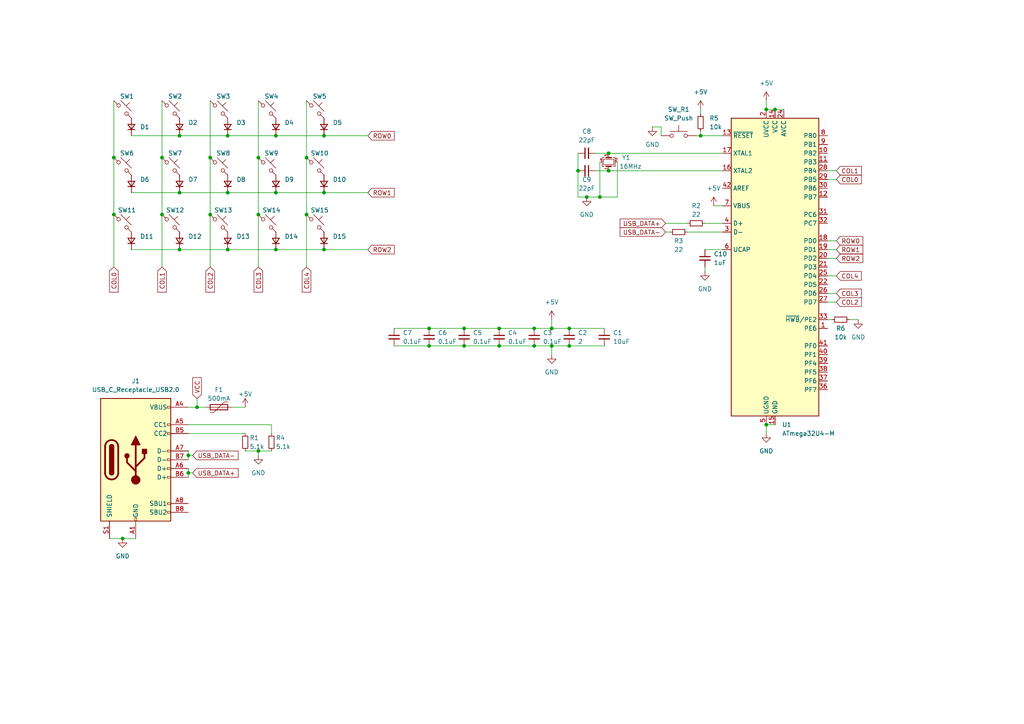
<source format=kicad_sch>
(kicad_sch (version 20211123) (generator eeschema)
  (paper "A4")
  (lib_symbols
    (symbol "Connector:USB_C_Receptacle_USB2.0" (pin_names (offset 1.016))
      (property "Reference" "J" (at -10.16 19.05 0))
      (property "Value" "USB_C_Receptacle_USB2.0" (at 19.05 19.05 0))
      (symbol "USB_C_Receptacle_USB2.0_0_0"
        (rectangle (start -0.254 -17.78) (end 0.254 -16.764))
        (rectangle (start 10.16 -14.986) (end 9.144 -15.494))
        (rectangle (start 10.16 -12.446) (end 9.144 -12.954))
        (rectangle (start 10.16 -4.826) (end 9.144 -5.334))
        (rectangle (start 10.16 -2.286) (end 9.144 -2.794))
        (rectangle (start 10.16 0.254) (end 9.144 -0.254))
        (rectangle (start 10.16 2.794) (end 9.144 2.286))
        (rectangle (start 10.16 7.874) (end 9.144 7.366))
        (rectangle (start 10.16 10.414) (end 9.144 9.906))
        (rectangle (start 10.16 15.494) (end 9.144 14.986))
      )
      (symbol "USB_C_Receptacle_USB2.0_0_1"
        (rectangle (start -10.16 17.78) (end 10.16 -17.78) (stroke (width 0.254)) (fill (type background)))
        (arc (start -8.89 -3.81) (mid -6.985 -5.715) (end -5.08 -3.81) (stroke (width 0.508)))
        (arc (start -7.62 -3.81) (mid -6.985 -4.445) (end -6.35 -3.81) (stroke (width 0.254)))
        (arc (start -7.62 -3.81) (mid -6.985 -4.445) (end -6.35 -3.81) (stroke (width 0.254)) (fill (type outline)))
        (rectangle (start -7.62 -3.81) (end -6.35 3.81) (stroke (width 0.254)) (fill (type outline)))
        (arc (start -6.35 3.81) (mid -6.985 4.445) (end -7.62 3.81) (stroke (width 0.254)))
        (arc (start -6.35 3.81) (mid -6.985 4.445) (end -7.62 3.81) (stroke (width 0.254)) (fill (type outline)))
        (arc (start -5.08 3.81) (mid -6.985 5.715) (end -8.89 3.81) (stroke (width 0.508)))
        (circle (center -2.54 1.143) (radius 0.635) (stroke (width 0.254)) (fill (type outline)))
        (circle (center 0 -5.842) (radius 1.27) (fill (type outline)))
        (polyline (pts (xy -8.89 -3.81) (xy -8.89 3.81)) (stroke (width 0.508)))
        (polyline (pts (xy -5.08 3.81) (xy -5.08 -3.81)) (stroke (width 0.508)))
        (polyline (pts (xy 0 -5.842) (xy 0 4.318)) (stroke (width 0.508)))
        (polyline (pts (xy 0 -3.302) (xy -2.54 -0.762) (xy -2.54 0.508)) (stroke (width 0.508)))
        (polyline (pts (xy 0 -2.032) (xy 2.54 0.508) (xy 2.54 1.778)) (stroke (width 0.508)))
        (polyline (pts (xy -1.27 4.318) (xy 0 6.858) (xy 1.27 4.318) (xy -1.27 4.318)) (stroke (width 0.254)) (fill (type outline)))
        (rectangle (start 1.905 1.778) (end 3.175 3.048) (stroke (width 0.254)) (fill (type outline)))
      )
      (symbol "USB_C_Receptacle_USB2.0_1_1"
        (pin passive line (at 0 -22.86 90) (length 5.08) (name "GND") (number "A1"))
        (pin passive line (at 0 -22.86 90) (length 5.08) hide (name "GND") (number "A12"))
        (pin passive line (at 15.24 15.24 180) (length 5.08) (name "VBUS") (number "A4"))
        (pin bidirectional line (at 15.24 10.16 180) (length 5.08) (name "CC1") (number "A5"))
        (pin bidirectional line (at 15.24 -2.54 180) (length 5.08) (name "D+") (number "A6"))
        (pin bidirectional line (at 15.24 2.54 180) (length 5.08) (name "D-") (number "A7"))
        (pin bidirectional line (at 15.24 -12.7 180) (length 5.08) (name "SBU1") (number "A8"))
        (pin passive line (at 15.24 15.24 180) (length 5.08) hide (name "VBUS") (number "A9"))
        (pin passive line (at 0 -22.86 90) (length 5.08) hide (name "GND") (number "B1"))
        (pin passive line (at 0 -22.86 90) (length 5.08) hide (name "GND") (number "B12"))
        (pin passive line (at 15.24 15.24 180) (length 5.08) hide (name "VBUS") (number "B4"))
        (pin bidirectional line (at 15.24 7.62 180) (length 5.08) (name "CC2") (number "B5"))
        (pin bidirectional line (at 15.24 -5.08 180) (length 5.08) (name "D+") (number "B6"))
        (pin bidirectional line (at 15.24 0 180) (length 5.08) (name "D-") (number "B7"))
        (pin bidirectional line (at 15.24 -15.24 180) (length 5.08) (name "SBU2") (number "B8"))
        (pin passive line (at 15.24 15.24 180) (length 5.08) hide (name "VBUS") (number "B9"))
        (pin passive line (at -7.62 -22.86 90) (length 5.08) (name "SHIELD") (number "S1"))
      )
    )
    (symbol "Device:C_Small" (pin_numbers hide) (pin_names (offset 0.254) hide)
      (property "Reference" "C" (at 0.254 1.778 0))
      (property "Value" "C_Small" (at 0.254 -2.032 0))
      (symbol "C_Small_0_1"
        (polyline (pts (xy -1.524 -0.508) (xy 1.524 -0.508)) (stroke (width 0.3302)))
        (polyline (pts (xy -1.524 0.508) (xy 1.524 0.508)) (stroke (width 0.3048)))
      )
      (symbol "C_Small_1_1"
        (pin passive line (at 0 2.54 270) (length 2.032) (name "~") (number "1"))
        (pin passive line (at 0 -2.54 90) (length 2.032) (name "~") (number "2"))
      )
    )
    (symbol "Device:Crystal_GND24_Small" (pin_names (offset 1.016) hide)
      (property "Reference" "Y" (at 1.27 4.445 0))
      (property "Value" "Crystal_GND24_Small" (at 1.27 2.54 0))
      (symbol "Crystal_GND24_Small_0_1"
        (rectangle (start -0.762 -1.524) (end 0.762 1.524))
        (polyline (pts (xy -1.27 -0.762) (xy -1.27 0.762)) (stroke (width 0.381)))
        (polyline (pts (xy 1.27 -0.762) (xy 1.27 0.762)) (stroke (width 0.381)))
        (polyline (pts (xy -1.27 -1.27) (xy -1.27 -1.905) (xy 1.27 -1.905) (xy 1.27 -1.27)))
        (polyline (pts (xy -1.27 1.27) (xy -1.27 1.905) (xy 1.27 1.905) (xy 1.27 1.27)))
      )
      (symbol "Crystal_GND24_Small_1_1"
        (pin passive line (at -2.54 0 0) (length 1.27) (name "1") (number "1"))
        (pin passive line (at 0 -2.54 90) (length 0.635) (name "2") (number "2"))
        (pin passive line (at 2.54 0 180) (length 1.27) (name "3") (number "3"))
        (pin passive line (at 0 2.54 270) (length 0.635) (name "4") (number "4"))
      )
    )
    (symbol "Device:D_Small" (pin_numbers hide) (pin_names (offset 0.254) hide)
      (property "Reference" "D" (at -1.27 2.032 0))
      (property "Value" "D_Small" (at -3.81 -2.032 0))
      (symbol "D_Small_0_1"
        (polyline (pts (xy -0.762 -1.016) (xy -0.762 1.016)) (stroke (width 0.254)))
        (polyline (pts (xy -0.762 0) (xy 0.762 0)))
        (polyline (pts (xy 0.762 -1.016) (xy -0.762 0) (xy 0.762 1.016) (xy 0.762 -1.016)) (stroke (width 0.254)))
      )
      (symbol "D_Small_1_1"
        (pin passive line (at -2.54 0 0) (length 1.778) (name "K") (number "1"))
        (pin passive line (at 2.54 0 180) (length 1.778) (name "A") (number "2"))
      )
    )
    (symbol "Device:Polyfuse" (pin_numbers hide) (pin_names (offset 0))
      (property "Reference" "F" (at -2.54 0 90))
      (property "Value" "Polyfuse" (at 2.54 0 90))
      (symbol "Polyfuse_0_1"
        (rectangle (start -0.762 2.54) (end 0.762 -2.54) (stroke (width 0.254)))
        (polyline (pts (xy 0 2.54) (xy 0 -2.54)))
        (polyline (pts (xy -1.524 2.54) (xy -1.524 1.524) (xy 1.524 -1.524) (xy 1.524 -2.54)))
      )
      (symbol "Polyfuse_1_1"
        (pin passive line (at 0 3.81 270) (length 1.27) (name "~") (number "1"))
        (pin passive line (at 0 -3.81 90) (length 1.27) (name "~") (number "2"))
      )
    )
    (symbol "Device:R_Small" (pin_numbers hide) (pin_names (offset 0.254) hide)
      (property "Reference" "R" (at 0.762 0.508 0))
      (property "Value" "R_Small" (at 0.762 -1.016 0))
      (symbol "R_Small_0_1"
        (rectangle (start -0.762 1.778) (end 0.762 -1.778) (stroke (width 0.2032)))
      )
      (symbol "R_Small_1_1"
        (pin passive line (at 0 2.54 270) (length 0.762) (name "~") (number "1"))
        (pin passive line (at 0 -2.54 90) (length 0.762) (name "~") (number "2"))
      )
    )
    (symbol "MCU_Microchip_ATmega:ATmega32U4-M"
      (property "Reference" "U" (at -12.7 44.45 0))
      (property "Value" "ATmega32U4-M" (at 2.54 -44.45 0))
      (symbol "ATmega32U4-M_0_1"
        (rectangle (start -12.7 -43.18) (end 12.7 43.18) (stroke (width 0.254)) (fill (type background)))
      )
      (symbol "ATmega32U4-M_1_1"
        (pin bidirectional line (at 15.24 -17.78 180) (length 2.54) (name "PE6") (number "1"))
        (pin bidirectional line (at 15.24 33.02 180) (length 2.54) (name "PB2") (number "10"))
        (pin bidirectional line (at 15.24 30.48 180) (length 2.54) (name "PB3") (number "11"))
        (pin bidirectional line (at 15.24 20.32 180) (length 2.54) (name "PB7") (number "12"))
        (pin input line (at -15.24 38.1 0) (length 2.54) (name "~{RESET}") (number "13"))
        (pin power_in line (at 0 45.72 270) (length 2.54) (name "VCC") (number "14"))
        (pin power_in line (at 0 -45.72 90) (length 2.54) (name "GND") (number "15"))
        (pin output line (at -15.24 27.94 0) (length 2.54) (name "XTAL2") (number "16"))
        (pin input line (at -15.24 33.02 0) (length 2.54) (name "XTAL1") (number "17"))
        (pin bidirectional line (at 15.24 7.62 180) (length 2.54) (name "PD0") (number "18"))
        (pin bidirectional line (at 15.24 5.08 180) (length 2.54) (name "PD1") (number "19"))
        (pin power_in line (at -2.54 45.72 270) (length 2.54) (name "UVCC") (number "2"))
        (pin bidirectional line (at 15.24 2.54 180) (length 2.54) (name "PD2") (number "20"))
        (pin bidirectional line (at 15.24 0 180) (length 2.54) (name "PD3") (number "21"))
        (pin bidirectional line (at 15.24 -5.08 180) (length 2.54) (name "PD5") (number "22"))
        (pin passive line (at 0 -45.72 90) (length 2.54) hide (name "GND") (number "23"))
        (pin power_in line (at 2.54 45.72 270) (length 2.54) (name "AVCC") (number "24"))
        (pin bidirectional line (at 15.24 -2.54 180) (length 2.54) (name "PD4") (number "25"))
        (pin bidirectional line (at 15.24 -7.62 180) (length 2.54) (name "PD6") (number "26"))
        (pin bidirectional line (at 15.24 -10.16 180) (length 2.54) (name "PD7") (number "27"))
        (pin bidirectional line (at 15.24 27.94 180) (length 2.54) (name "PB4") (number "28"))
        (pin bidirectional line (at 15.24 25.4 180) (length 2.54) (name "PB5") (number "29"))
        (pin bidirectional line (at -15.24 10.16 0) (length 2.54) (name "D-") (number "3"))
        (pin bidirectional line (at 15.24 22.86 180) (length 2.54) (name "PB6") (number "30"))
        (pin bidirectional line (at 15.24 15.24 180) (length 2.54) (name "PC6") (number "31"))
        (pin bidirectional line (at 15.24 12.7 180) (length 2.54) (name "PC7") (number "32"))
        (pin bidirectional line (at 15.24 -15.24 180) (length 2.54) (name "~{HWB}/PE2") (number "33"))
        (pin passive line (at 0 45.72 270) (length 2.54) hide (name "VCC") (number "34"))
        (pin passive line (at 0 -45.72 90) (length 2.54) hide (name "GND") (number "35"))
        (pin bidirectional line (at 15.24 -35.56 180) (length 2.54) (name "PF7") (number "36"))
        (pin bidirectional line (at 15.24 -33.02 180) (length 2.54) (name "PF6") (number "37"))
        (pin bidirectional line (at 15.24 -30.48 180) (length 2.54) (name "PF5") (number "38"))
        (pin bidirectional line (at 15.24 -27.94 180) (length 2.54) (name "PF4") (number "39"))
        (pin bidirectional line (at -15.24 12.7 0) (length 2.54) (name "D+") (number "4"))
        (pin bidirectional line (at 15.24 -25.4 180) (length 2.54) (name "PF1") (number "40"))
        (pin bidirectional line (at 15.24 -22.86 180) (length 2.54) (name "PF0") (number "41"))
        (pin passive line (at -15.24 22.86 0) (length 2.54) (name "AREF") (number "42"))
        (pin passive line (at 0 -45.72 90) (length 2.54) hide (name "GND") (number "43"))
        (pin passive line (at 2.54 45.72 270) (length 2.54) hide (name "AVCC") (number "44"))
        (pin passive line (at 0 -45.72 90) (length 2.54) hide (name "GND") (number "45"))
        (pin passive line (at -2.54 -45.72 90) (length 2.54) (name "UGND") (number "5"))
        (pin passive line (at -15.24 5.08 0) (length 2.54) (name "UCAP") (number "6"))
        (pin input line (at -15.24 17.78 0) (length 2.54) (name "VBUS") (number "7"))
        (pin bidirectional line (at 15.24 38.1 180) (length 2.54) (name "PB0") (number "8"))
        (pin bidirectional line (at 15.24 35.56 180) (length 2.54) (name "PB1") (number "9"))
      )
    )
    (symbol "MX:MX_SW_solder" (pin_numbers hide) (pin_names (offset 1.016) hide)
      (property "Reference" "SW" (at 3.048 1.016 0))
      (property "Value" "MX_SW_solder" (at 0 -3.81 0))
      (symbol "MX_SW_solder_0_1"
        (circle (center -1.1684 1.1684) (radius 0.508))
        (polyline (pts (xy -0.508 2.54) (xy 2.54 -0.508)))
        (polyline (pts (xy 1.016 1.016) (xy 2.032 2.032)))
        (polyline (pts (xy -2.54 2.54) (xy -1.524 1.524) (xy -1.524 1.524)))
        (polyline (pts (xy 1.524 -1.524) (xy 2.54 -2.54) (xy 2.54 -2.54) (xy 2.54 -2.54)))
        (circle (center 1.143 -1.1938) (radius 0.508))
        (pin passive line (at -2.54 2.54 0) (length 0) (name "1") (number "1"))
        (pin passive line (at 2.54 -2.54 180) (length 0) (name "2") (number "2"))
      )
    )
    (symbol "Switch:SW_Push" (pin_numbers hide) (pin_names (offset 1.016) hide)
      (property "Reference" "SW" (at 1.27 2.54 0))
      (property "Value" "SW_Push" (at 0 -1.524 0))
      (symbol "SW_Push_0_1"
        (circle (center -2.032 0) (radius 0.508))
        (polyline (pts (xy 0 1.27) (xy 0 3.048)))
        (polyline (pts (xy 2.54 1.27) (xy -2.54 1.27)))
        (circle (center 2.032 0) (radius 0.508))
        (pin passive line (at -5.08 0 0) (length 2.54) (name "1") (number "1"))
        (pin passive line (at 5.08 0 180) (length 2.54) (name "2") (number "2"))
      )
    )
    (symbol "power:+5V" (power) (pin_names (offset 0))
      (property "Value" "+5V" (at 0 3.556 0))
      (symbol "+5V_0_1"
        (polyline (pts (xy -0.762 1.27) (xy 0 2.54)))
        (polyline (pts (xy 0 0) (xy 0 2.54)))
        (polyline (pts (xy 0 2.54) (xy 0.762 1.27)))
      )
      (symbol "+5V_1_1"
        (pin power_in line (at 0 0 90) (length 0) hide (name "+5V") (number "1"))
      )
    )
    (symbol "power:GND" (power) (pin_names (offset 0))
      (property "Value" "GND" (at 0 -3.81 0))
      (symbol "GND_0_1"
        (polyline (pts (xy 0 0) (xy 0 -1.27) (xy 1.27 -1.27) (xy 0 -2.54) (xy -1.27 -1.27) (xy 0 -1.27)))
      )
      (symbol "GND_1_1"
        (pin power_in line (at 0 0 270) (length 0) hide (name "GND") (number "1"))
      )
    )
  )
  (junction (at 203.2 39.37))
  (junction (at 134.62 95.25))
  (junction (at 88.9 45.72))
  (junction (at 74.93 45.72))
  (junction (at 93.98 55.88))
  (junction (at 52.07 39.37))
  (junction (at 93.98 72.39))
  (junction (at 165.1 95.25))
  (junction (at 66.04 72.39))
  (junction (at 33.02 62.23))
  (junction (at 167.64 49.53))
  (junction (at 33.02 45.72))
  (junction (at 66.04 55.88))
  (junction (at 57.15 118.11))
  (junction (at 66.04 39.37))
  (junction (at 176.53 44.45))
  (junction (at 160.02 95.25))
  (junction (at 224.79 31.75))
  (junction (at 176.53 49.53))
  (junction (at 170.18 57.15))
  (junction (at 80.01 72.39))
  (junction (at 46.99 45.72))
  (junction (at 154.94 100.33))
  (junction (at 54.61 137.16))
  (junction (at 134.62 100.33))
  (junction (at 52.07 72.39))
  (junction (at 222.25 123.19))
  (junction (at 144.78 100.33))
  (junction (at 80.01 39.37))
  (junction (at 54.61 132.08))
  (junction (at 93.98 39.37))
  (junction (at 173.99 57.15))
  (junction (at 74.93 130.81))
  (junction (at 88.9 62.23))
  (junction (at 165.1 100.33))
  (junction (at 144.78 95.25))
  (junction (at 124.46 100.33))
  (junction (at 222.25 31.75))
  (junction (at 60.96 62.23))
  (junction (at 74.93 62.23))
  (junction (at 154.94 95.25))
  (junction (at 46.99 62.23))
  (junction (at 35.56 156.21))
  (junction (at 80.01 55.88))
  (junction (at 52.07 55.88))
  (junction (at 160.02 100.33))
  (junction (at 60.96 45.72))
  (junction (at 124.46 95.25))
  (wire (pts (xy 46.99 45.72) (xy 46.99 62.23)))
  (wire (pts (xy 240.03 52.07) (xy 242.57 52.07)))
  (wire (pts (xy 167.64 57.15) (xy 170.18 57.15)))
  (wire (pts (xy 67.31 118.11) (xy 71.12 118.11)))
  (wire (pts (xy 52.07 39.37) (xy 66.04 39.37)))
  (wire (pts (xy 165.1 100.33) (xy 175.26 100.33)))
  (wire (pts (xy 54.61 118.11) (xy 57.15 118.11)))
  (wire (pts (xy 60.96 62.23) (xy 60.96 77.47)))
  (wire (pts (xy 160.02 95.25) (xy 165.1 95.25)))
  (wire (pts (xy 240.03 92.71) (xy 241.3 92.71)))
  (wire (pts (xy 204.47 72.39) (xy 209.55 72.39)))
  (wire (pts (xy 60.96 45.72) (xy 60.96 62.23)))
  (wire (pts (xy 66.04 39.37) (xy 80.01 39.37)))
  (wire (pts (xy 54.61 132.08) (xy 55.88 132.08)))
  (wire (pts (xy 191.77 36.83) (xy 191.77 39.37)))
  (wire (pts (xy 57.15 115.57) (xy 57.15 118.11)))
  (wire (pts (xy 74.93 29.21) (xy 74.93 45.72)))
  (wire (pts (xy 179.07 46.99) (xy 179.07 57.15)))
  (wire (pts (xy 204.47 64.77) (xy 209.55 64.77)))
  (wire (pts (xy 167.64 44.45) (xy 167.64 49.53)))
  (wire (pts (xy 154.94 95.25) (xy 160.02 95.25)))
  (wire (pts (xy 35.56 156.21) (xy 39.37 156.21)))
  (wire (pts (xy 203.2 39.37) (xy 209.55 39.37)))
  (wire (pts (xy 203.2 38.1) (xy 203.2 39.37)))
  (wire (pts (xy 193.04 64.77) (xy 199.39 64.77)))
  (wire (pts (xy 165.1 95.25) (xy 175.26 95.25)))
  (wire (pts (xy 93.98 72.39) (xy 106.68 72.39)))
  (wire (pts (xy 199.39 67.31) (xy 209.55 67.31)))
  (wire (pts (xy 189.23 36.83) (xy 191.77 36.83)))
  (wire (pts (xy 74.93 45.72) (xy 74.93 62.23)))
  (wire (pts (xy 54.61 130.81) (xy 54.61 132.08)))
  (wire (pts (xy 52.07 55.88) (xy 66.04 55.88)))
  (wire (pts (xy 54.61 137.16) (xy 54.61 138.43)))
  (wire (pts (xy 31.75 156.21) (xy 35.56 156.21)))
  (wire (pts (xy 222.25 29.21) (xy 222.25 31.75)))
  (wire (pts (xy 144.78 100.33) (xy 154.94 100.33)))
  (wire (pts (xy 54.61 137.16) (xy 55.88 137.16)))
  (wire (pts (xy 78.74 123.19) (xy 78.74 125.73)))
  (wire (pts (xy 240.03 49.53) (xy 242.57 49.53)))
  (wire (pts (xy 88.9 29.21) (xy 88.9 45.72)))
  (wire (pts (xy 88.9 62.23) (xy 88.9 77.47)))
  (wire (pts (xy 193.04 67.31) (xy 194.31 67.31)))
  (wire (pts (xy 224.79 31.75) (xy 227.33 31.75)))
  (wire (pts (xy 74.93 62.23) (xy 74.93 77.47)))
  (wire (pts (xy 222.25 123.19) (xy 224.79 123.19)))
  (wire (pts (xy 71.12 130.81) (xy 74.93 130.81)))
  (wire (pts (xy 176.53 49.53) (xy 209.55 49.53)))
  (wire (pts (xy 172.72 49.53) (xy 176.53 49.53)))
  (wire (pts (xy 207.01 59.69) (xy 209.55 59.69)))
  (wire (pts (xy 246.38 92.71) (xy 248.92 92.71)))
  (wire (pts (xy 240.03 80.01) (xy 242.57 80.01)))
  (wire (pts (xy 33.02 29.21) (xy 33.02 45.72)))
  (wire (pts (xy 240.03 72.39) (xy 242.57 72.39)))
  (wire (pts (xy 46.99 29.21) (xy 46.99 45.72)))
  (wire (pts (xy 160.02 100.33) (xy 165.1 100.33)))
  (wire (pts (xy 54.61 123.19) (xy 78.74 123.19)))
  (wire (pts (xy 46.99 62.23) (xy 46.99 77.47)))
  (wire (pts (xy 134.62 100.33) (xy 144.78 100.33)))
  (wire (pts (xy 57.15 118.11) (xy 59.69 118.11)))
  (wire (pts (xy 114.3 95.25) (xy 124.46 95.25)))
  (wire (pts (xy 38.1 39.37) (xy 52.07 39.37)))
  (wire (pts (xy 204.47 77.47) (xy 204.47 78.74)))
  (wire (pts (xy 66.04 72.39) (xy 80.01 72.39)))
  (wire (pts (xy 80.01 55.88) (xy 93.98 55.88)))
  (wire (pts (xy 93.98 39.37) (xy 106.68 39.37)))
  (wire (pts (xy 88.9 45.72) (xy 88.9 62.23)))
  (wire (pts (xy 33.02 62.23) (xy 33.02 77.47)))
  (wire (pts (xy 160.02 100.33) (xy 160.02 102.87)))
  (wire (pts (xy 74.93 130.81) (xy 78.74 130.81)))
  (wire (pts (xy 54.61 135.89) (xy 54.61 137.16)))
  (wire (pts (xy 173.99 57.15) (xy 179.07 57.15)))
  (wire (pts (xy 33.02 45.72) (xy 33.02 62.23)))
  (wire (pts (xy 173.99 46.99) (xy 173.99 57.15)))
  (wire (pts (xy 240.03 85.09) (xy 242.57 85.09)))
  (wire (pts (xy 176.53 44.45) (xy 209.55 44.45)))
  (wire (pts (xy 114.3 100.33) (xy 124.46 100.33)))
  (wire (pts (xy 144.78 95.25) (xy 154.94 95.25)))
  (wire (pts (xy 38.1 55.88) (xy 52.07 55.88)))
  (wire (pts (xy 60.96 29.21) (xy 60.96 45.72)))
  (wire (pts (xy 38.1 72.39) (xy 52.07 72.39)))
  (wire (pts (xy 172.72 44.45) (xy 176.53 44.45)))
  (wire (pts (xy 124.46 100.33) (xy 134.62 100.33)))
  (wire (pts (xy 160.02 92.71) (xy 160.02 95.25)))
  (wire (pts (xy 93.98 55.88) (xy 106.68 55.88)))
  (wire (pts (xy 167.64 49.53) (xy 167.64 57.15)))
  (wire (pts (xy 222.25 31.75) (xy 224.79 31.75)))
  (wire (pts (xy 74.93 130.81) (xy 74.93 132.08)))
  (wire (pts (xy 240.03 74.93) (xy 242.57 74.93)))
  (wire (pts (xy 170.18 57.15) (xy 173.99 57.15)))
  (wire (pts (xy 80.01 39.37) (xy 93.98 39.37)))
  (wire (pts (xy 203.2 31.75) (xy 203.2 33.02)))
  (wire (pts (xy 240.03 69.85) (xy 242.57 69.85)))
  (wire (pts (xy 52.07 72.39) (xy 66.04 72.39)))
  (wire (pts (xy 134.62 95.25) (xy 144.78 95.25)))
  (wire (pts (xy 240.03 87.63) (xy 242.57 87.63)))
  (wire (pts (xy 54.61 132.08) (xy 54.61 133.35)))
  (wire (pts (xy 80.01 72.39) (xy 93.98 72.39)))
  (wire (pts (xy 201.93 39.37) (xy 203.2 39.37)))
  (wire (pts (xy 54.61 125.73) (xy 71.12 125.73)))
  (wire (pts (xy 124.46 95.25) (xy 134.62 95.25)))
  (wire (pts (xy 222.25 123.19) (xy 222.25 125.73)))
  (wire (pts (xy 66.04 55.88) (xy 80.01 55.88)))
  (wire (pts (xy 154.94 100.33) (xy 160.02 100.33)))
  (global_label "VCC" (shape input) (at 57.15 115.57 90) (property "Intersheet References" "${INTERSHEET_REFS}" (effects hide)))
  (global_label "COL4" (shape input) (at 88.9 77.47 270) (property "Intersheet References" "${INTERSHEET_REFS}" (effects hide)))
  (global_label "COL1" (shape input) (at 46.99 77.47 270) (property "Intersheet References" "${INTERSHEET_REFS}" (effects hide)))
  (global_label "COL3" (shape input) (at 74.93 77.47 270) (property "Intersheet References" "${INTERSHEET_REFS}" (effects hide)))
  (global_label "ROW0" (shape input) (at 106.68 39.37 0) (property "Intersheet References" "${INTERSHEET_REFS}" (effects hide)))
  (global_label "COL4" (shape input) (at 242.57 80.01 0) (property "Intersheet References" "${INTERSHEET_REFS}" (effects hide)))
  (global_label "COL0" (shape input) (at 242.57 52.07 0) (property "Intersheet References" "${INTERSHEET_REFS}" (effects hide)))
  (global_label "USB_DATA+" (shape input) (at 193.04 64.77 180) (property "Intersheet References" "${INTERSHEET_REFS}" (effects hide)))
  (global_label "ROW2" (shape input) (at 106.68 72.39 0) (property "Intersheet References" "${INTERSHEET_REFS}" (effects hide)))
  (global_label "COL2" (shape input) (at 60.96 77.47 270) (property "Intersheet References" "${INTERSHEET_REFS}" (effects hide)))
  (global_label "ROW1" (shape input) (at 106.68 55.88 0) (property "Intersheet References" "${INTERSHEET_REFS}" (effects hide)))
  (global_label "ROW2" (shape input) (at 242.57 74.93 0) (property "Intersheet References" "${INTERSHEET_REFS}" (effects hide)))
  (global_label "USB_DATA-" (shape input) (at 55.88 132.08 0) (property "Intersheet References" "${INTERSHEET_REFS}" (effects hide)))
  (global_label "ROW1" (shape input) (at 242.57 72.39 0) (property "Intersheet References" "${INTERSHEET_REFS}" (effects hide)))
  (global_label "USB_DATA-" (shape input) (at 193.04 67.31 180) (property "Intersheet References" "${INTERSHEET_REFS}" (effects hide)))
  (global_label "COL3" (shape input) (at 242.57 85.09 0) (property "Intersheet References" "${INTERSHEET_REFS}" (effects hide)))
  (global_label "COL0" (shape input) (at 33.02 77.47 270) (property "Intersheet References" "${INTERSHEET_REFS}" (effects hide)))
  (global_label "USB_DATA+" (shape input) (at 55.88 137.16 0) (property "Intersheet References" "${INTERSHEET_REFS}" (effects hide)))
  (global_label "COL1" (shape input) (at 242.57 49.53 0) (property "Intersheet References" "${INTERSHEET_REFS}" (effects hide)))
  (global_label "COL2" (shape input) (at 242.57 87.63 0) (property "Intersheet References" "${INTERSHEET_REFS}" (effects hide)))
  (global_label "ROW0" (shape input) (at 242.57 69.85 0) (property "Intersheet References" "${INTERSHEET_REFS}" (effects hide)))
  (symbol (lib_id "Device:D_Small") (at 93.98 53.34 90) (unit 1)
    (property "Reference" "D10" (at 96.52 52.0699 90) (effects (justify right)))
    (property "Value" "D_Small" (effects hide))
    (property "Footprint" "Diode_SMD:D_SOD-123" (effects hide))
  )
  (symbol (lib_id "Device:R_Small") (at 243.84 92.71 90) (unit 1)
    (property "Reference" "R6" (at 243.84 95.25 90))
    (property "Value" "10k" (at 243.84 97.79 90))
    (property "Footprint" "Resistor_SMD:R_0805_2012Metric" (effects hide))
  )
  (symbol (lib_id "MX:MX_SW_solder") (at 49.53 48.26 0) (unit 1)
    (property "Reference" "SW7" (at 50.8 44.45 0))
    (property "Value" "MX_SW_solder" (effects hide))
    (property "Footprint" "marbastlib-mx:SW_MX_1u" (effects hide))
  )
  (symbol (lib_id "Device:C_Small") (at 154.94 97.79 0) (unit 1)
    (property "Reference" "C3" (at 157.48 96.5262 0) (effects (justify left)))
    (property "Value" "0.1uF" (at 157.48 99.0662 0) (effects (justify left)))
    (property "Footprint" "Capacitor_SMD:C_0805_2012Metric" (effects hide))
  )
  (symbol (lib_id "Device:C_Small") (at 114.3 97.79 0) (unit 1)
    (property "Reference" "C7" (at 116.84 96.5262 0) (effects (justify left)))
    (property "Value" "0.1uF" (at 116.84 99.0662 0) (effects (justify left)))
    (property "Footprint" "Capacitor_SMD:C_0805_2012Metric" (effects hide))
  )
  (symbol (lib_id "Device:Polyfuse") (at 63.5 118.11 90) (unit 1)
    (property "Reference" "F1" (at 63.5 113.03 90))
    (property "Value" "500mA" (at 63.5 115.57 90))
    (property "Footprint" "Fuse:Fuse_1206_3216Metric" (effects hide))
  )
  (symbol (lib_id "MX:MX_SW_solder") (at 63.5 48.26 0) (unit 1)
    (property "Reference" "SW8" (at 64.77 44.45 0))
    (property "Value" "MX_SW_solder" (effects hide))
    (property "Footprint" "marbastlib-mx:SW_MX_1u" (effects hide))
  )
  (symbol (lib_id "MX:MX_SW_solder") (at 91.44 64.77 0) (unit 1)
    (property "Reference" "SW15" (at 92.71 60.96 0))
    (property "Value" "MX_SW_solder" (effects hide))
    (property "Footprint" "marbastlib-mx:SW_MX_1u" (effects hide))
  )
  (symbol (lib_id "MX:MX_SW_solder") (at 35.56 48.26 0) (unit 1)
    (property "Reference" "SW6" (at 36.83 44.45 0))
    (property "Value" "MX_SW_solder" (effects hide))
    (property "Footprint" "marbastlib-mx:SW_MX_1u" (effects hide))
  )
  (symbol (lib_id "Device:D_Small") (at 93.98 36.83 90) (unit 1)
    (property "Reference" "D5" (at 96.52 35.5599 90) (effects (justify right)))
    (property "Value" "D_Small" (effects hide))
    (property "Footprint" "Diode_SMD:D_SOD-123" (effects hide))
  )
  (symbol (lib_id "MX:MX_SW_solder") (at 77.47 31.75 0) (unit 1)
    (property "Reference" "SW4" (at 78.74 27.94 0))
    (property "Value" "MX_SW_solder" (effects hide))
    (property "Footprint" "marbastlib-mx:SW_MX_1u" (effects hide))
  )
  (symbol (lib_id "power:GND") (at 170.18 57.15 0) (unit 1)
    (property "Reference" "#PWR06" (effects hide))
    (property "Value" "GND" (at 170.18 62.23 0))
  )
  (symbol (lib_id "power:GND") (at 222.25 125.73 0) (unit 1)
    (property "Reference" "#PWR012" (effects hide))
    (property "Value" "GND" (at 222.25 130.81 0))
  )
  (symbol (lib_id "MX:MX_SW_solder") (at 63.5 31.75 0) (unit 1)
    (property "Reference" "SW3" (at 64.77 27.94 0))
    (property "Value" "MX_SW_solder" (effects hide))
    (property "Footprint" "marbastlib-mx:SW_MX_1u" (effects hide))
  )
  (symbol (lib_id "Device:D_Small") (at 66.04 69.85 90) (unit 1)
    (property "Reference" "D13" (at 68.58 68.5799 90) (effects (justify right)))
    (property "Value" "D_Small" (effects hide))
    (property "Footprint" "Diode_SMD:D_SOD-123" (effects hide))
  )
  (symbol (lib_id "Connector:USB_C_Receptacle_USB2.0") (at 39.37 133.35 0) (unit 1)
    (property "Reference" "J1" (at 39.37 110.49 0))
    (property "Value" "USB_C_Receptacle_USB2.0" (at 39.37 113.03 0))
    (property "Footprint" "marbastlib-various:USB_C_Receptacle_HRO_TYPE-C-31-M-14" (effects hide))
    (property "Datasheet" "https://www.usb.org/sites/default/files/documents/usb_type-c.zip" (effects hide))
  )
  (symbol (lib_id "Device:R_Small") (at 71.12 128.27 0) (unit 1)
    (property "Reference" "R1" (at 72.39 127 0) (effects (justify left)))
    (property "Value" "5.1k" (at 72.39 129.54 0) (effects (justify left)))
    (property "Footprint" "Resistor_SMD:R_0805_2012Metric" (effects hide))
  )
  (symbol (lib_id "power:+5V") (at 71.12 118.11 0) (unit 1)
    (property "Reference" "#PWR02" (effects hide))
    (property "Value" "+5V" (at 71.12 114.3 0))
  )
  (symbol (lib_id "Device:D_Small") (at 80.01 53.34 90) (unit 1)
    (property "Reference" "D9" (at 82.55 52.0699 90) (effects (justify right)))
    (property "Value" "D_Small" (effects hide))
    (property "Footprint" "Diode_SMD:D_SOD-123" (effects hide))
  )
  (symbol (lib_id "Device:D_Small") (at 93.98 69.85 90) (unit 1)
    (property "Reference" "D15" (at 96.52 68.5799 90) (effects (justify right)))
    (property "Value" "D_Small" (effects hide))
    (property "Footprint" "Diode_SMD:D_SOD-123" (effects hide))
  )
  (symbol (lib_id "Switch:SW_Push") (at 196.85 39.37 0) (unit 1)
    (property "Reference" "SW_R1" (at 196.85 31.75 0))
    (property "Value" "SW_Push" (at 196.85 34.29 0))
    (property "Footprint" "marbastlib-various:SW_SPST_SKQG_WithStem" (effects hide))
  )
  (symbol (lib_id "Device:D_Small") (at 80.01 69.85 90) (unit 1)
    (property "Reference" "D14" (at 82.55 68.5799 90) (effects (justify right)))
    (property "Value" "D_Small" (effects hide))
    (property "Footprint" "Diode_SMD:D_SOD-123" (effects hide))
  )
  (symbol (lib_id "Device:C_Small") (at 170.18 49.53 270) (unit 1)
    (property "Reference" "C9" (at 170.18 52.07 90))
    (property "Value" "22pF" (at 170.18 54.61 90))
    (property "Footprint" "Capacitor_SMD:C_0805_2012Metric" (effects hide))
  )
  (symbol (lib_id "Device:R_Small") (at 203.2 35.56 0) (unit 1)
    (property "Reference" "R5" (at 205.74 34.2899 0) (effects (justify left)))
    (property "Value" "10k" (at 205.74 36.8299 0) (effects (justify left)))
    (property "Footprint" "Resistor_SMD:R_0805_2012Metric" (effects hide))
  )
  (symbol (lib_id "Device:D_Small") (at 66.04 36.83 90) (unit 1)
    (property "Reference" "D3" (at 68.58 35.5599 90) (effects (justify right)))
    (property "Value" "D_Small" (effects hide))
    (property "Footprint" "Diode_SMD:D_SOD-123" (effects hide))
  )
  (symbol (lib_id "Device:R_Small") (at 196.85 67.31 90) (unit 1)
    (property "Reference" "R3" (at 196.85 69.85 90))
    (property "Value" "22" (at 196.85 72.39 90))
    (property "Footprint" "Resistor_SMD:R_0805_2012Metric" (effects hide))
  )
  (symbol (lib_id "MX:MX_SW_solder") (at 77.47 48.26 0) (unit 1)
    (property "Reference" "SW9" (at 78.74 44.45 0))
    (property "Value" "MX_SW_solder" (effects hide))
    (property "Footprint" "marbastlib-mx:SW_MX_1u" (effects hide))
  )
  (symbol (lib_id "Device:D_Small") (at 38.1 36.83 90) (unit 1)
    (property "Reference" "D1" (at 40.64 36.8299 90) (effects (justify right)))
    (property "Value" "D_Small" (effects hide))
    (property "Footprint" "Diode_SMD:D_SOD-123" (effects hide))
  )
  (symbol (lib_id "MX:MX_SW_solder") (at 35.56 31.75 0) (unit 1)
    (property "Reference" "SW1" (at 36.83 27.94 0))
    (property "Value" "MX_SW_solder" (effects hide))
    (property "Footprint" "marbastlib-mx:SW_MX_1u" (effects hide))
  )
  (symbol (lib_id "MX:MX_SW_solder") (at 91.44 48.26 0) (unit 1)
    (property "Reference" "SW10" (at 92.71 44.45 0))
    (property "Value" "MX_SW_solder" (effects hide))
    (property "Footprint" "marbastlib-mx:SW_MX_1u" (effects hide))
  )
  (symbol (lib_id "MX:MX_SW_solder") (at 35.56 64.77 0) (unit 1)
    (property "Reference" "SW11" (at 36.83 60.96 0))
    (property "Value" "MX_SW_solder" (effects hide))
    (property "Footprint" "marbastlib-mx:SW_MX_1u" (effects hide))
  )
  (symbol (lib_id "Device:C_Small") (at 170.18 44.45 90) (unit 1)
    (property "Reference" "C8" (at 170.1863 38.1 90))
    (property "Value" "22pF" (at 170.18 40.64 90))
    (property "Footprint" "Capacitor_SMD:C_0805_2012Metric" (effects hide))
  )
  (symbol (lib_id "Device:C_Small") (at 124.46 97.79 0) (unit 1)
    (property "Reference" "C6" (at 127 96.5262 0) (effects (justify left)))
    (property "Value" "0.1uF" (at 127 99.0662 0) (effects (justify left)))
    (property "Footprint" "Capacitor_SMD:C_0805_2012Metric" (effects hide))
  )
  (symbol (lib_id "power:+5V") (at 207.01 59.69 0) (unit 1)
    (property "Reference" "#PWR010" (effects hide))
    (property "Value" "+5V" (at 207.01 54.61 0))
  )
  (symbol (lib_id "Device:C_Small") (at 175.26 97.79 0) (unit 1)
    (property "Reference" "C1" (at 177.8 96.5262 0) (effects (justify left)))
    (property "Value" "10uF" (at 177.8 99.0662 0) (effects (justify left)))
    (property "Footprint" "Capacitor_SMD:C_0805_2012Metric" (effects hide))
  )
  (symbol (lib_id "Device:D_Small") (at 38.1 69.85 90) (unit 1)
    (property "Reference" "D11" (at 40.64 68.5799 90) (effects (justify right)))
    (property "Value" "D_Small" (effects hide))
    (property "Footprint" "Diode_SMD:D_SOD-123" (effects hide))
  )
  (symbol (lib_id "power:GND") (at 248.92 92.71 0) (unit 1)
    (property "Reference" "#PWR013" (effects hide))
    (property "Value" "GND" (at 248.92 97.79 0))
  )
  (symbol (lib_id "Device:Crystal_GND24_Small") (at 176.53 46.99 90) (unit 1)
    (property "Reference" "Y1" (at 181.61 45.72 90))
    (property "Value" "16MHz" (at 182.88 48.26 90))
    (property "Footprint" "Crystal:Crystal_SMD_3225-4Pin_3.2x2.5mm" (effects hide))
  )
  (symbol (lib_id "Device:D_Small") (at 66.04 53.34 90) (unit 1)
    (property "Reference" "D8" (at 68.58 52.0699 90) (effects (justify right)))
    (property "Value" "D_Small" (effects hide))
    (property "Footprint" "Diode_SMD:D_SOD-123" (effects hide))
  )
  (symbol (lib_id "Device:C_Small") (at 144.78 97.79 0) (unit 1)
    (property "Reference" "C4" (at 147.32 96.5262 0) (effects (justify left)))
    (property "Value" "0.1uF" (at 147.32 99.0662 0) (effects (justify left)))
    (property "Footprint" "Capacitor_SMD:C_0805_2012Metric" (effects hide))
  )
  (symbol (lib_id "Device:R_Small") (at 78.74 128.27 0) (unit 1)
    (property "Reference" "R4" (at 80.01 127 0) (effects (justify left)))
    (property "Value" "5.1k" (at 80.01 129.54 0) (effects (justify left)))
    (property "Footprint" "Resistor_SMD:R_0805_2012Metric" (effects hide))
  )
  (symbol (lib_id "MX:MX_SW_solder") (at 77.47 64.77 0) (unit 1)
    (property "Reference" "SW14" (at 78.74 60.96 0))
    (property "Value" "MX_SW_solder" (effects hide))
    (property "Footprint" "marbastlib-mx:SW_MX_1u" (effects hide))
  )
  (symbol (lib_id "Device:D_Small") (at 80.01 36.83 90) (unit 1)
    (property "Reference" "D4" (at 82.55 35.5599 90) (effects (justify right)))
    (property "Value" "D_Small" (effects hide))
    (property "Footprint" "Diode_SMD:D_SOD-123" (effects hide))
  )
  (symbol (lib_id "power:GND") (at 160.02 102.87 0) (unit 1)
    (property "Reference" "#PWR05" (effects hide))
    (property "Value" "GND" (at 160.02 107.95 0))
  )
  (symbol (lib_id "MX:MX_SW_solder") (at 49.53 64.77 0) (unit 1)
    (property "Reference" "SW12" (at 50.8 60.96 0))
    (property "Value" "MX_SW_solder" (effects hide))
    (property "Footprint" "marbastlib-mx:SW_MX_1u" (effects hide))
  )
  (symbol (lib_id "Device:D_Small") (at 52.07 36.83 90) (unit 1)
    (property "Reference" "D2" (at 54.61 35.5599 90) (effects (justify right)))
    (property "Value" "D_Small" (effects hide))
    (property "Footprint" "Diode_SMD:D_SOD-123" (effects hide))
  )
  (symbol (lib_id "Device:D_Small") (at 38.1 53.34 90) (unit 1)
    (property "Reference" "D6" (at 40.64 52.0699 90) (effects (justify right)))
    (property "Value" "D_Small" (effects hide))
    (property "Footprint" "Diode_SMD:D_SOD-123" (effects hide))
  )
  (symbol (lib_id "Device:R_Small") (at 201.93 64.77 90) (unit 1)
    (property "Reference" "R2" (at 201.93 59.69 90))
    (property "Value" "22" (at 201.93 62.23 90))
    (property "Footprint" "Resistor_SMD:R_0805_2012Metric" (effects hide))
  )
  (symbol (lib_id "power:+5V") (at 203.2 31.75 0) (unit 1)
    (property "Reference" "#PWR08" (effects hide))
    (property "Value" "+5V" (at 203.2 26.67 0))
  )
  (symbol (lib_id "MX:MX_SW_solder") (at 63.5 64.77 0) (unit 1)
    (property "Reference" "SW13" (at 64.77 60.96 0))
    (property "Value" "MX_SW_solder" (effects hide))
    (property "Footprint" "marbastlib-mx:SW_MX_1u" (effects hide))
  )
  (symbol (lib_id "power:GND") (at 74.93 132.08 0) (unit 1)
    (property "Reference" "#PWR03" (effects hide))
    (property "Value" "GND" (at 74.93 137.16 0))
  )
  (symbol (lib_id "Device:D_Small") (at 52.07 69.85 90) (unit 1)
    (property "Reference" "D12" (at 54.61 68.5799 90) (effects (justify right)))
    (property "Value" "D_Small" (effects hide))
    (property "Footprint" "Diode_SMD:D_SOD-123" (effects hide))
  )
  (symbol (lib_id "power:GND") (at 189.23 36.83 0) (unit 1)
    (property "Reference" "#PWR07" (effects hide))
    (property "Value" "GND" (at 189.23 41.91 0))
  )
  (symbol (lib_id "MX:MX_SW_solder") (at 49.53 31.75 0) (unit 1)
    (property "Reference" "SW2" (at 50.8 27.94 0))
    (property "Value" "MX_SW_solder" (effects hide))
    (property "Footprint" "marbastlib-mx:SW_MX_1u" (effects hide))
  )
  (symbol (lib_id "power:+5V") (at 160.02 92.71 0) (unit 1)
    (property "Reference" "#PWR04" (effects hide))
    (property "Value" "+5V" (at 160.02 87.63 0))
  )
  (symbol (lib_id "Device:D_Small") (at 52.07 53.34 90) (unit 1)
    (property "Reference" "D7" (at 54.61 52.0699 90) (effects (justify right)))
    (property "Value" "D_Small" (effects hide))
    (property "Footprint" "Diode_SMD:D_SOD-123" (effects hide))
  )
  (symbol (lib_id "Device:C_Small") (at 134.62 97.79 0) (unit 1)
    (property "Reference" "C5" (at 137.16 96.5262 0) (effects (justify left)))
    (property "Value" "0.1uF" (at 137.16 99.0662 0) (effects (justify left)))
    (property "Footprint" "Capacitor_SMD:C_0805_2012Metric" (effects hide))
  )
  (symbol (lib_id "Device:C_Small") (at 204.47 74.93 0) (unit 1)
    (property "Reference" "C10" (at 207.01 73.6662 0) (effects (justify left)))
    (property "Value" "1uF" (at 207.01 76.2062 0) (effects (justify left)))
    (property "Footprint" "Capacitor_SMD:C_0805_2012Metric" (effects hide))
  )
  (symbol (lib_id "power:GND") (at 204.47 78.74 0) (unit 1)
    (property "Reference" "#PWR09" (effects hide))
    (property "Value" "GND" (at 204.47 83.82 0))
  )
  (symbol (lib_id "MX:MX_SW_solder") (at 91.44 31.75 0) (unit 1)
    (property "Reference" "SW5" (at 92.71 27.94 0))
    (property "Value" "MX_SW_solder" (effects hide))
    (property "Footprint" "marbastlib-mx:SW_MX_1u" (effects hide))
  )
  (symbol (lib_id "power:+5V") (at 222.25 29.21 0) (unit 1)
    (property "Reference" "#PWR011" (effects hide))
    (property "Value" "+5V" (at 222.25 24.13 0))
  )
  (symbol (lib_id "power:GND") (at 35.56 156.21 0) (unit 1)
    (property "Reference" "#PWR01" (effects hide))
    (property "Value" "GND" (at 35.56 161.29 0))
  )
  (symbol (lib_id "MCU_Microchip_ATmega:ATmega32U4-M") (at 224.79 77.47 0) (unit 1)
    (property "Reference" "U1" (at 226.8094 123.19 0) (effects (justify left)))
    (property "Value" "ATmega32U4-M" (at 226.8094 125.73 0) (effects (justify left)))
    (property "Footprint" "Package_DFN_QFN:QFN-44-1EP_7x7mm_P0.5mm_EP5.2x5.2mm" (effects hide))
    (property "Datasheet" "http://ww1.microchip.com/downloads/en/DeviceDoc/Atmel-7766-8-bit-AVR-ATmega16U4-32U4_Datasheet.pdf" (effects hide))
  )
  (symbol (lib_id "Device:C_Small") (at 165.1 97.79 0) (unit 1)
    (property "Reference" "C2" (at 167.64 96.5262 0) (effects (justify left)))
    (property "Value" "2" (at 167.64 99.0662 0) (effects (justify left)))
    (property "Footprint" "Capacitor_SMD:C_0805_2012Metric" (effects hide))
  )
)
</source>
